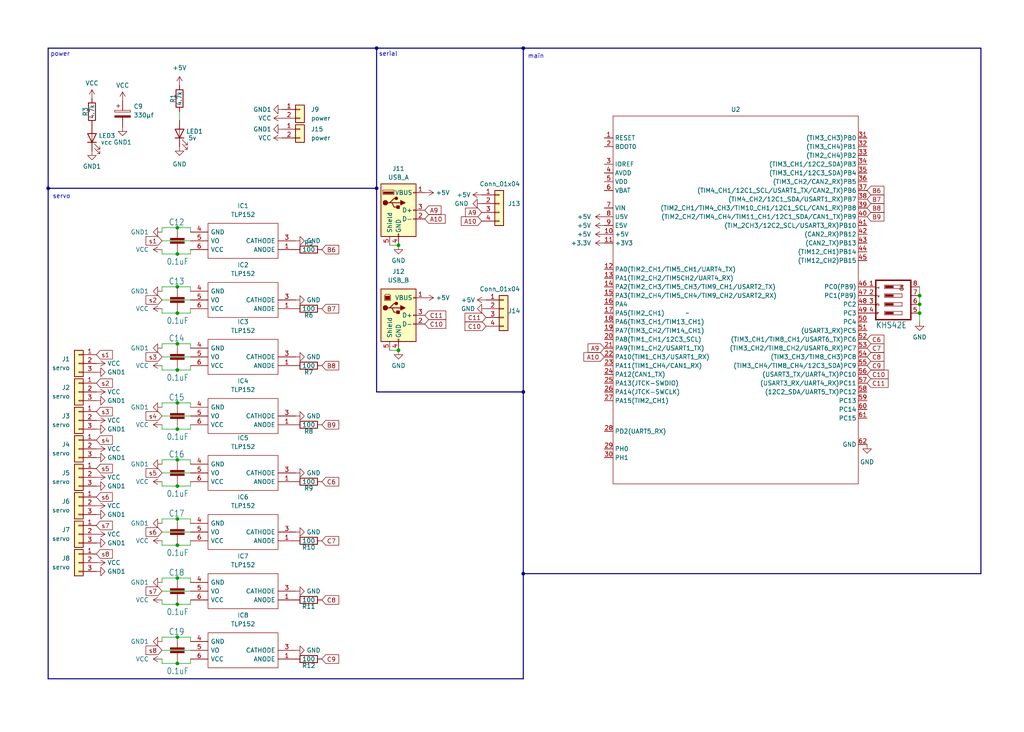
<source format=kicad_sch>
(kicad_sch (version 20230121) (generator eeschema)
  (paper "User" 297.002 212.319)
  (title_block (title "ALTAIR_SERVO_MODULE_V2") (date "2024-02-26") (rev "2.0.0") (company "-Altair-"))
  (lib_symbols
    (symbol "Connector:USB_A" (pin_names (offset 1.016))
      (property "Reference" "J" (at -5.08 11.43 0))
      (property "Value" "USB_A" (at -5.08 8.89 0))
      (symbol "USB_A_1_1"
        (pin power_in line (at 7.62 5.08 180) (length 2.54) (name "VBUS") (number "1"))
        (pin bidirectional line (at 7.62 -2.54 180) (length 2.54) (name "D-") (number "2"))
        (pin bidirectional line (at 7.62 0 180) (length 2.54) (name "D+") (number "3"))
        (pin power_in line (at 0 -10.16 90) (length 2.54) (name "GND") (number "4"))
        (pin passive line (at -2.54 -10.16 90) (length 2.54) (name "Shield") (number "5"))
      )
    )
    (symbol "Connector:USB_B" (pin_names (offset 1.016))
      (property "Reference" "J" (at -5.08 11.43 0))
      (property "Value" "USB_B" (at -5.08 8.89 0))
      (symbol "USB_B_1_1"
        (pin power_out line (at 7.62 5.08 180) (length 2.54) (name "VBUS") (number "1"))
        (pin bidirectional line (at 7.62 -2.54 180) (length 2.54) (name "D-") (number "2"))
        (pin bidirectional line (at 7.62 0 180) (length 2.54) (name "D+") (number "3"))
        (pin power_out line (at 0 -10.16 90) (length 2.54) (name "GND") (number "4"))
        (pin passive line (at -2.54 -10.16 90) (length 2.54) (name "Shield") (number "5"))
      )
    )
    (symbol "Connector_Generic:Conn_01x02" (pin_names (offset 1.016) hide)
      (property "Reference" "J" (at 0 2.54 0))
      (property "Value" "Conn_01x02" (at 0 -5.08 0))
      (symbol "Conn_01x02_1_1"
        (pin passive line (at -5.08 0 0) (length 3.81) (name "Pin_1") (number "1"))
        (pin passive line (at -5.08 -2.54 0) (length 3.81) (name "Pin_2") (number "2"))
      )
    )
    (symbol "Connector_Generic:Conn_01x03" (pin_names (offset 1.016) hide)
      (property "Reference" "J" (at 0 5.08 0))
      (property "Value" "Conn_01x03" (at 0 -5.08 0))
      (symbol "Conn_01x03_1_1"
        (pin passive line (at -5.08 2.54 0) (length 3.81) (name "Pin_1") (number "1"))
        (pin passive line (at -5.08 0 0) (length 3.81) (name "Pin_2") (number "2"))
        (pin passive line (at -5.08 -2.54 0) (length 3.81) (name "Pin_3") (number "3"))
      )
    )
    (symbol "Connector_Generic:Conn_01x04" (pin_names (offset 1.016) hide)
      (property "Reference" "J" (at 0 5.08 0))
      (property "Value" "Conn_01x04" (at 0 -7.62 0))
      (symbol "Conn_01x04_1_1"
        (pin passive line (at -5.08 2.54 0) (length 3.81) (name "Pin_1") (number "1"))
        (pin passive line (at -5.08 0 0) (length 3.81) (name "Pin_2") (number "2"))
        (pin passive line (at -5.08 -2.54 0) (length 3.81) (name "Pin_3") (number "3"))
        (pin passive line (at -5.08 -5.08 0) (length 3.81) (name "Pin_4") (number "4"))
      )
    )
    (symbol "Device:C_Polarized" (pin_numbers hide) (pin_names (offset 0.254))
      (property "Reference" "C" (at 0.635 2.54 0))
      (property "Value" "C_Polarized" (at 0.635 -2.54 0))
      (symbol "C_Polarized_1_1"
        (pin passive line (at 0 3.81 270) (length 2.794) (name "~") (number "1"))
        (pin passive line (at 0 -3.81 90) (length 2.794) (name "~") (number "2"))
      )
    )
    (symbol "Device:LED" (pin_numbers hide) (pin_names (offset 1.016) hide)
      (property "Reference" "D" (at 0 2.54 0))
      (property "Value" "LED" (at 0 -2.54 0))
      (symbol "LED_1_1"
        (pin passive line (at -3.81 0 0) (length 2.54) (name "K") (number "1"))
        (pin passive line (at 3.81 0 180) (length 2.54) (name "A") (number "2"))
      )
    )
    (symbol "Device:R" (pin_numbers hide) (pin_names (offset 0))
      (property "Reference" "R" (at 2.032 0 90))
      (property "Value" "R" (at 0 0 90))
      (symbol "R_1_1"
        (pin passive line (at 0 3.81 270) (length 1.27) (name "~") (number "1"))
        (pin passive line (at 0 -3.81 90) (length 1.27) (name "~") (number "2"))
      )
    )
    (symbol "SamacSys_Parts:TLP152" (pin_names (offset 0.762))
      (property "Reference" "IC" (at 26.67 7.62 0))
      (property "Value" "TLP152" (at 26.67 5.08 0))
      (symbol "TLP152_0_0"
        (pin passive line (at 0 0 0) (length 5.08) (name "ANODE") (number "1"))
        (pin passive line (at 0 -2.54 0) (length 5.08) (name "CATHODE") (number "3"))
        (pin passive line (at 30.48 -5.08 180) (length 5.08) (name "GND") (number "4"))
        (pin passive line (at 30.48 -2.54 180) (length 5.08) (name "VO") (number "5"))
        (pin passive line (at 30.48 0 180) (length 5.08) (name "VCC") (number "6"))
      )
    )
    (symbol "power:+3.3V" (power) (pin_names (offset 0))
      (property "Value" "+3.3V" (at 0 3.556 0))
      (symbol "+3.3V_1_1"
        (pin power_in line (at 0 0 90) (length 0) hide (name "+3.3V") (number "1"))
      )
    )
    (symbol "power:+5V" (power) (pin_names (offset 0))
      (property "Value" "+5V" (at 0 3.556 0))
      (symbol "+5V_1_1"
        (pin power_in line (at 0 0 90) (length 0) hide (name "+5V") (number "1"))
      )
    )
    (symbol "power:GND" (power) (pin_names (offset 0))
      (property "Value" "GND" (at 0 -3.81 0))
      (symbol "GND_1_1"
        (pin power_in line (at 0 0 270) (length 0) hide (name "GND") (number "1"))
      )
    )
    (symbol "power:GND1" (power) (pin_names (offset 0))
      (property "Value" "GND1" (at 0 -3.81 0))
      (symbol "GND1_1_1"
        (pin power_in line (at 0 0 270) (length 0) hide (name "GND1") (number "1"))
      )
    )
    (symbol "power:VCC" (power) (pin_names (offset 0))
      (property "Value" "VCC" (at 0 3.81 0))
      (symbol "VCC_1_1"
        (pin power_in line (at 0 0 90) (length 0) hide (name "VCC") (number "1"))
      )
    )
    (symbol "stm32F446RE-Nucleo:STM32F446RE-Nucleo"
      (property "Reference" "U" (at 0 0 0))
      (symbol "STM32F446RE-Nucleo_1_1"
        (pin input line (at -24.13 50.8 0) (length 2.54) (name "RESET") (number "1"))
        (pin power_out line (at -24.13 22.86 0) (length 2.54) (name "+5V") (number "10"))
        (pin power_out line (at -24.13 20.32 0) (length 2.54) (name "+3V3") (number "11"))
        (pin bidirectional line (at -24.13 12.7 0) (length 2.54) (name "PA0(TIM2_CH1/TIM5_CH1/UART4_TX)") (number "12"))
        (pin bidirectional line (at -24.13 10.16 0) (length 2.54) (name "PA1(TIM2_CH2/TIM5CH2/UART4_RX)") (number "13"))
        (pin bidirectional line (at -24.13 7.62 0) (length 2.54) (name "PA2(TIM2_CH3/TIM5_CH3/TIM9_CH1/USART2_TX)") (number "14"))
        (pin bidirectional line (at -24.13 5.08 0) (length 2.54) (name "PA3(TIM2_CH4/TIM5_CH4/TIM9_CH2/USART2_RX)") (number "15"))
        (pin bidirectional line (at -24.13 2.54 0) (length 2.54) (name "PA4") (number "16"))
        (pin bidirectional line (at -24.13 0 0) (length 2.54) (name "PA5(TIM2_CH1)") (number "17"))
        (pin bidirectional line (at -24.13 -2.54 0) (length 2.54) (name "PA6(TIM3_CH1/TIM13_CH1)") (number "18"))
        (pin bidirectional line (at -24.13 -5.08 0) (length 2.54) (name "PA7(TIM3_CH2/TIM14_CH1)") (number "19"))
        (pin input line (at -24.13 48.26 0) (length 2.54) (name "BOOT0") (number "2"))
        (pin bidirectional line (at -24.13 -7.62 0) (length 2.54) (name "PA8(TIM1_CH1/12C3_SCL)") (number "20"))
        (pin bidirectional line (at -24.13 -10.16 0) (length 2.54) (name "PA9(TIM1_CH2/USART1_TX)") (number "21"))
        (pin bidirectional line (at -24.13 -12.7 0) (length 2.54) (name "PA10(TIM1_CH3/USART1_RX)") (number "22"))
        (pin bidirectional line (at -24.13 -15.24 0) (length 2.54) (name "PA11(TIM1_CH4/CAN1_RX)") (number "23"))
        (pin bidirectional line (at -24.13 -17.78 0) (length 2.54) (name "PA12(CAN1_TX)") (number "24"))
        (pin bidirectional line (at -24.13 -20.32 0) (length 2.54) (name "PA13(JTCK-SWDIO)") (number "25"))
        (pin bidirectional line (at -24.13 -22.86 0) (length 2.54) (name "PA14(JTCK-SWCLK)") (number "26"))
        (pin bidirectional line (at -24.13 -25.4 0) (length 2.54) (name "PA15(TIM2_CH1)") (number "27"))
        (pin bidirectional line (at -24.13 -34.29 0) (length 2.54) (name "PD2(UART5_RX)") (number "28"))
        (pin bidirectional line (at -24.13 -39.37 0) (length 2.54) (name "PH0") (number "29"))
        (pin input line (at -24.13 43.18 0) (length 2.54) (name "IOREF") (number "3"))
        (pin bidirectional line (at -24.13 -41.91 0) (length 2.54) (name "PH1") (number "30"))
        (pin bidirectional line (at 52.07 50.8 180) (length 2.54) (name "(TIM3_CH3)PB0") (number "31"))
        (pin bidirectional line (at 52.07 48.26 180) (length 2.54) (name "(TIM3_CH4)PB1") (number "32"))
        (pin bidirectional line (at 52.07 45.72 180) (length 2.54) (name "(TIM2_CH4)PB2") (number "33"))
        (pin bidirectional line (at 52.07 43.18 180) (length 2.54) (name "(TIM3_CH1/12C2_SDA)PB3") (number "34"))
        (pin bidirectional line (at 52.07 40.64 180) (length 2.54) (name "(TIM3_CH1/12C3_SDA)PB4") (number "35"))
        (pin bidirectional line (at 52.07 38.1 180) (length 2.54) (name "(TIM3_CH2/CAN2_RX)PB5") (number "36"))
        (pin bidirectional line (at 52.07 35.56 180) (length 2.54) (name "(TIM4_CH1/12C1_SCL/USART1_TX/CAN2_TX)PB6") (number "37"))
        (pin bidirectional line (at 52.07 33.02 180) (length 2.54) (name "(TIM4_CH2/12C1_SDA/USART1_RX)PB7") (number "38"))
        (pin bidirectional line (at 52.07 30.48 180) (length 2.54) (name "(TIM2_CH1/TIM4_CH3/TIM10_CH1/12C1_SCL/CAN1_RX)PB8") (number "39"))
        (pin input line (at -24.13 40.64 0) (length 2.54) (name "AVDD") (number "4"))
        (pin bidirectional line (at 52.07 27.94 180) (length 2.54) (name "(TIM2_CH2/TIM4_CH4/TIM11_CH1/12C1_SDA/CAN1_TX)PB9") (number "40"))
        (pin bidirectional line (at 52.07 25.4 180) (length 2.54) (name "(TIM_2CH3/12C2_SCL/USART3_RX)PB10") (number "41"))
        (pin bidirectional line (at 52.07 22.86 180) (length 2.54) (name "(CAN2_RX)PB12") (number "42"))
        (pin bidirectional line (at 52.07 20.32 180) (length 2.54) (name "(CAN2_TX)PB13") (number "43"))
        (pin bidirectional line (at 52.07 17.78 180) (length 2.54) (name "(TIM12_CH1)PB14") (number "44"))
        (pin bidirectional line (at 52.07 15.24 180) (length 2.54) (name "(TIM12_CH2)PB15") (number "45"))
        (pin bidirectional line (at 52.07 7.62 180) (length 2.54) (name "PC0(PB9)") (number "46"))
        (pin bidirectional line (at 52.07 5.08 180) (length 2.54) (name "PC1(PB9)") (number "47"))
        (pin bidirectional line (at 52.07 2.54 180) (length 2.54) (name "PC2") (number "48"))
        (pin bidirectional line (at 52.07 0 180) (length 2.54) (name "PC3") (number "49"))
        (pin input line (at -24.13 38.1 0) (length 2.54) (name "VDD") (number "5"))
        (pin bidirectional line (at 52.07 -2.54 180) (length 2.54) (name "PC4") (number "50"))
        (pin bidirectional line (at 52.07 -5.08 180) (length 2.54) (name "(USART3_RX)PC5") (number "51"))
        (pin bidirectional line (at 52.07 -7.62 180) (length 2.54) (name "(TIM3_CH1/TIM8_CH1/USART6_TX)PC6") (number "52"))
        (pin bidirectional line (at 52.07 -10.16 180) (length 2.54) (name "(TIM3_CH2/TIM8_CH2/USART6_RX)PC7") (number "53"))
        (pin bidirectional line (at 52.07 -12.7 180) (length 2.54) (name "(TIM3_CH3/TIM8_CH3)PC8") (number "54"))
        (pin bidirectional line (at 52.07 -15.24 180) (length 2.54) (name "(TIM3_CH4/TIM8_CH4/12C3_SDA)PC9") (number "55"))
        (pin bidirectional line (at 52.07 -17.78 180) (length 2.54) (name "(USART3_TX/UART4_TX)PC10") (number "56"))
        (pin bidirectional line (at 52.07 -20.32 180) (length 2.54) (name "(USART3_RX/UART4_RX)PC11") (number "57"))
        (pin bidirectional line (at 52.07 -22.86 180) (length 2.54) (name "(12C2_SDA/UART5_TX)PC12") (number "58"))
        (pin bidirectional line (at 52.07 -25.4 180) (length 2.54) (name "PC13") (number "59"))
        (pin input line (at -24.13 35.56 0) (length 2.54) (name "VBAT") (number "6"))
        (pin bidirectional line (at 52.07 -27.94 180) (length 2.54) (name "PC14") (number "60"))
        (pin bidirectional line (at 52.07 -30.48 180) (length 2.54) (name "PC15") (number "61"))
        (pin power_out line (at 52.07 -38.1 180) (length 2.54) (name "GND") (number "62"))
        (pin power_in line (at -24.13 30.48 0) (length 2.54) (name "VIN") (number "7"))
        (pin input line (at -24.13 27.94 0) (length 2.54) (name "U5V") (number "8"))
        (pin input line (at -24.13 25.4 0) (length 2.54) (name "E5V") (number "9"))
      )
    )
    (symbol "ver1-eagle-import:C-EUC0603"
      (property "Reference" "C" (at 1.524 0.381 0))
      (symbol "C-EUC0603_1_0"
        (pin passive line (at 0 2.54 270) (length 2.54) (name "1") (number "1"))
        (pin passive line (at 0 -5.08 90) (length 2.54) (name "2") (number "2"))
      )
    )
    (symbol "ver1-eagle-import:KHS42E"
      (symbol "KHS42E_1_0"
        (text "1" (at -2.794 -4.064 0) (effects (font (size 0.9906 0.842) (thickness 0.1684) bold) (justify left bottom)))
        (text "2" (at -0.381 -4.064 0) (effects (font (size 0.9906 0.842) (thickness 0.1684) bold) (justify left bottom)))
        (text "3" (at 2.159 -4.064 0) (effects (font (size 0.9906 0.842) (thickness 0.1684) bold) (justify left bottom)))
        (text "4" (at 4.572 -4.064 0) (effects (font (size 0.9906 0.842) (thickness 0.1684) bold) (justify left bottom)))
        (text "ON" (at -3.302 3.048 0) (effects (font (size 0.9906 0.842) (thickness 0.1684) bold) (justify left bottom)))
        (pin passive line (at -2.54 -7.62 90) (length 2.54) (name "1") (number "1"))
        (pin passive line (at 0 -7.62 90) (length 2.54) (name "2") (number "2"))
        (pin passive line (at 2.54 -7.62 90) (length 2.54) (name "3") (number "3"))
        (pin passive line (at 5.08 -7.62 90) (length 2.54) (name "4") (number "4"))
        (pin passive line (at 5.08 7.62 270) (length 2.54) (name "5") (number "5"))
        (pin passive line (at 2.54 7.62 270) (length 2.54) (name "6") (number "6"))
        (pin passive line (at 0 7.62 270) (length 2.54) (name "7") (number "7"))
        (pin passive line (at -2.54 7.62 270) (length 2.54) (name "8") (number "8"))
      )
    )
  )
  (junction (at 109.22 13.97))
  (junction (at 51.435 83.185))
  (junction (at 51.435 140.97))
  (junction (at 266.7 88.265))
  (junction (at 151.765 13.97))
  (junction (at 151.765 166.37))
  (junction (at 51.435 90.805))
  (junction (at 51.435 192.405))
  (junction (at 115.57 71.12))
  (junction (at 51.435 107.315))
  (junction (at 51.435 124.46))
  (junction (at 51.435 150.495))
  (junction (at 13.97 54.61))
  (junction (at 51.435 66.04))
  (junction (at 51.435 99.695))
  (junction (at 51.435 116.84))
  (junction (at 51.435 73.66))
  (junction (at 266.7 85.725))
  (junction (at 51.435 184.785))
  (junction (at 266.7 90.805))
  (junction (at 151.765 113.665))
  (junction (at 51.435 158.115))
  (junction (at 51.435 175.26))
  (junction (at 51.435 133.35))
  (junction (at 109.22 54.61))
  (junction (at 51.435 167.64))
  (junction (at 115.57 101.6))
  (wire (pts (xy 113.03 71.12) (xy 115.57 71.12)))
  (wire (pts (xy 46.99 116.84) (xy 46.99 118.11)))
  (wire (pts (xy 46.99 106.045) (xy 46.99 107.315)))
  (wire (pts (xy 55.245 150.495) (xy 55.245 151.765)))
  (wire (pts (xy 55.245 158.115) (xy 55.245 156.845)))
  (bus (pts (xy 284.48 166.37) (xy 151.765 166.37)))
  (wire (pts (xy 51.435 150.495) (xy 55.245 150.495)))
  (wire (pts (xy 55.245 133.35) (xy 55.245 134.62)))
  (wire (pts (xy 46.99 89.535) (xy 46.99 90.805)))
  (wire (pts (xy 51.435 192.405) (xy 55.245 192.405)))
  (wire (pts (xy 55.245 175.26) (xy 55.245 173.99)))
  (wire (pts (xy 46.99 73.66) (xy 51.435 73.66)))
  (wire (pts (xy 46.99 167.64) (xy 46.99 168.91)))
  (wire (pts (xy 46.99 123.19) (xy 46.99 124.46)))
  (wire (pts (xy 46.99 72.39) (xy 46.99 73.66)))
  (wire (pts (xy 46.99 107.315) (xy 51.435 107.315)))
  (bus (pts (xy 13.97 13.97) (xy 109.22 13.97)))
  (bus (pts (xy 151.765 113.665) (xy 151.765 166.37)))
  (wire (pts (xy 46.99 90.805) (xy 51.435 90.805)))
  (wire (pts (xy 51.435 158.115) (xy 55.245 158.115)))
  (wire (pts (xy 51.435 99.695) (xy 46.99 99.695)))
  (wire (pts (xy 51.435 167.64) (xy 55.245 167.64)))
  (wire (pts (xy 266.7 85.725) (xy 266.7 88.265)) (stroke (width 0.1524)))
  (wire (pts (xy 46.99 103.505) (xy 55.245 103.505)))
  (wire (pts (xy 52.07 32.385) (xy 52.07 34.925)) (stroke (width 0.1524)))
  (wire (pts (xy 55.245 73.66) (xy 55.245 72.39)))
  (bus (pts (xy 13.97 13.97) (xy 13.97 54.61)))
  (bus (pts (xy 13.97 54.61) (xy 13.97 196.85)))
  (wire (pts (xy 51.435 150.495) (xy 46.99 150.495)))
  (wire (pts (xy 55.245 124.46) (xy 55.245 123.19)))
  (wire (pts (xy 46.99 175.26) (xy 51.435 175.26)))
  (wire (pts (xy 46.99 124.46) (xy 51.435 124.46)))
  (bus (pts (xy 109.22 54.61) (xy 109.22 13.97)))
  (bus (pts (xy 151.765 13.97) (xy 151.765 113.665)))
  (wire (pts (xy 51.435 66.04) (xy 55.245 66.04)))
  (wire (pts (xy 51.435 73.66) (xy 55.245 73.66)))
  (wire (pts (xy 46.99 192.405) (xy 51.435 192.405)))
  (wire (pts (xy 46.99 66.04) (xy 46.99 67.31)))
  (wire (pts (xy 46.99 139.7) (xy 46.99 140.97)))
  (bus (pts (xy 109.22 13.97) (xy 151.765 13.97)))
  (wire (pts (xy 51.435 116.84) (xy 55.245 116.84)))
  (wire (pts (xy 51.435 83.185) (xy 46.99 83.185)))
  (wire (pts (xy 51.435 124.46) (xy 55.245 124.46)))
  (bus (pts (xy 13.97 196.85) (xy 151.765 196.85)))
  (wire (pts (xy 46.99 137.16) (xy 55.245 137.16)))
  (bus (pts (xy 13.97 54.61) (xy 109.22 54.61)))
  (wire (pts (xy 266.7 88.265) (xy 266.7 90.805)) (stroke (width 0.1524)))
  (wire (pts (xy 55.245 66.04) (xy 55.245 67.31)))
  (wire (pts (xy 46.99 188.595) (xy 55.245 188.595)))
  (wire (pts (xy 51.435 133.35) (xy 55.245 133.35)))
  (bus (pts (xy 151.765 13.97) (xy 284.48 13.97)))
  (bus (pts (xy 151.765 196.85) (xy 151.765 166.37)))
  (wire (pts (xy 46.99 99.695) (xy 46.99 100.965)))
  (wire (pts (xy 55.245 140.97) (xy 55.245 139.7)))
  (wire (pts (xy 51.435 175.26) (xy 55.245 175.26)))
  (wire (pts (xy 51.435 116.84) (xy 46.99 116.84)))
  (wire (pts (xy 46.99 154.305) (xy 55.245 154.305)))
  (wire (pts (xy 46.99 86.995) (xy 55.245 86.995)))
  (wire (pts (xy 46.99 120.65) (xy 55.245 120.65)))
  (wire (pts (xy 113.03 101.6) (xy 115.57 101.6)))
  (wire (pts (xy 51.435 184.785) (xy 55.245 184.785)))
  (wire (pts (xy 51.435 66.04) (xy 46.99 66.04)))
  (bus (pts (xy 109.22 54.61) (xy 109.22 113.665)))
  (bus (pts (xy 109.22 113.665) (xy 151.765 113.665)))
  (wire (pts (xy 46.99 83.185) (xy 46.99 84.455)))
  (wire (pts (xy 51.435 184.785) (xy 46.99 184.785)))
  (wire (pts (xy 46.99 173.99) (xy 46.99 175.26)))
  (wire (pts (xy 46.99 69.85) (xy 55.245 69.85)))
  (wire (pts (xy 55.245 192.405) (xy 55.245 191.135)))
  (wire (pts (xy 46.99 191.135) (xy 46.99 192.405)))
  (wire (pts (xy 55.245 107.315) (xy 55.245 106.045)))
  (wire (pts (xy 55.245 90.805) (xy 55.245 89.535)))
  (wire (pts (xy 51.435 140.97) (xy 55.245 140.97)))
  (wire (pts (xy 51.435 167.64) (xy 46.99 167.64)))
  (wire (pts (xy 55.245 83.185) (xy 55.245 84.455)))
  (wire (pts (xy 46.99 156.845) (xy 46.99 158.115)))
  (wire (pts (xy 266.7 90.805) (xy 266.7 93.345)) (stroke (width 0.1524)))
  (wire (pts (xy 55.245 116.84) (xy 55.245 118.11)))
  (wire (pts (xy 46.99 184.785) (xy 46.99 186.055)))
  (bus (pts (xy 284.48 13.97) (xy 284.48 166.37)))
  (wire (pts (xy 51.435 107.315) (xy 55.245 107.315)))
  (wire (pts (xy 55.245 184.785) (xy 55.245 186.055)))
  (wire (pts (xy 51.435 133.35) (xy 46.99 133.35)))
  (wire (pts (xy 46.99 171.45) (xy 55.245 171.45)))
  (wire (pts (xy 46.99 158.115) (xy 51.435 158.115)))
  (wire (pts (xy 51.435 99.695) (xy 55.245 99.695)))
  (wire (pts (xy 51.435 90.805) (xy 55.245 90.805)))
  (wire (pts (xy 46.99 133.35) (xy 46.99 134.62)))
  (wire (pts (xy 51.435 83.185) (xy 55.245 83.185)))
  (wire (pts (xy 266.7 83.185) (xy 266.7 85.725)) (stroke (width 0.1524)))
  (wire (pts (xy 46.99 140.97) (xy 51.435 140.97)))
  (wire (pts (xy 55.245 167.64) (xy 55.245 168.91)))
  (wire (pts (xy 55.245 99.695) (xy 55.245 100.965)))
  (wire (pts (xy 46.99 150.495) (xy 46.99 151.765)))
  (text "serial" (at 109.855 16.51 0) (effects (font (size 1.27 1.27)) (justify left bottom)))
  (text "main\n" (at 153.035 17.145 0) (effects (font (size 1.27 1.27)) (justify left bottom)))
  (text "power\n" (at 14.605 16.51 0) (effects (font (size 1.27 1.27)) (justify left bottom)))
  (text "servo" (at 15.24 57.785 0) (effects (font (size 1.27 1.27)) (justify left bottom)))
  (global_label "C7" (shape input) (at 251.46 100.965 0) (property "Intersheetrefs" "${INTERSHEET_REFS}" (effects hide)))
  (global_label "s4" (shape input) (at 46.99 120.65 180) (property "Intersheetrefs" "${INTERSHEET_REFS}" (effects hide)))
  (global_label "s1" (shape input) (at 46.99 69.85 180) (property "Intersheetrefs" "${INTERSHEET_REFS}" (effects hide)))
  (global_label "C8" (shape input) (at 251.46 103.505 0) (property "Intersheetrefs" "${INTERSHEET_REFS}" (effects hide)))
  (global_label "C11" (shape input) (at 251.46 111.125 0) (property "Intersheetrefs" "${INTERSHEET_REFS}" (effects hide)))
  (global_label "C9" (shape input) (at 93.345 191.135 0) (property "Intersheetrefs" "${INTERSHEET_REFS}" (effects hide)))
  (global_label "B8" (shape input) (at 251.46 60.325 0) (property "Intersheetrefs" "${INTERSHEET_REFS}" (effects hide)))
  (global_label "C11" (shape input) (at 140.97 92.075 180) (property "Intersheetrefs" "${INTERSHEET_REFS}" (effects hide)))
  (global_label "s4" (shape input) (at 27.94 127.635 0) (property "Intersheetrefs" "${INTERSHEET_REFS}" (effects hide)))
  (global_label "C11" (shape input) (at 123.19 91.44 0) (property "Intersheetrefs" "${INTERSHEET_REFS}" (effects hide)))
  (global_label "B6" (shape input) (at 93.345 72.39 0) (property "Intersheetrefs" "${INTERSHEET_REFS}" (effects hide)))
  (global_label "s1" (shape input) (at 27.94 102.87 0) (property "Intersheetrefs" "${INTERSHEET_REFS}" (effects hide)))
  (global_label "s8" (shape input) (at 27.94 160.655 0) (property "Intersheetrefs" "${INTERSHEET_REFS}" (effects hide)))
  (global_label "A9" (shape input) (at 139.7 61.595 180) (property "Intersheetrefs" "${INTERSHEET_REFS}" (effects hide)))
  (global_label "s2" (shape input) (at 46.99 86.995 180) (property "Intersheetrefs" "${INTERSHEET_REFS}" (effects hide)))
  (global_label "s6" (shape input) (at 27.94 144.145 0) (property "Intersheetrefs" "${INTERSHEET_REFS}" (effects hide)))
  (global_label "A9" (shape input) (at 175.26 100.965 180) (property "Intersheetrefs" "${INTERSHEET_REFS}" (effects hide)))
  (global_label "B9" (shape input) (at 251.46 62.865 0) (property "Intersheetrefs" "${INTERSHEET_REFS}" (effects hide)))
  (global_label "s3" (shape input) (at 27.94 119.38 0) (property "Intersheetrefs" "${INTERSHEET_REFS}" (effects hide)))
  (global_label "C10" (shape input) (at 251.46 108.585 0) (property "Intersheetrefs" "${INTERSHEET_REFS}" (effects hide)))
  (global_label "C9" (shape input) (at 251.46 106.045 0) (property "Intersheetrefs" "${INTERSHEET_REFS}" (effects hide)))
  (global_label "A10" (shape input) (at 139.7 64.135 180) (property "Intersheetrefs" "${INTERSHEET_REFS}" (effects hide)))
  (global_label "C6" (shape input) (at 93.345 139.7 0) (property "Intersheetrefs" "${INTERSHEET_REFS}" (effects hide)))
  (global_label "A9" (shape input) (at 123.19 60.96 0) (property "Intersheetrefs" "${INTERSHEET_REFS}" (effects hide)))
  (global_label "B7" (shape input) (at 93.345 89.535 0) (property "Intersheetrefs" "${INTERSHEET_REFS}" (effects hide)))
  (global_label "B6" (shape input) (at 251.46 55.245 0) (property "Intersheetrefs" "${INTERSHEET_REFS}" (effects hide)))
  (global_label "s6" (shape input) (at 46.99 154.305 180) (property "Intersheetrefs" "${INTERSHEET_REFS}" (effects hide)))
  (global_label "C10" (shape input) (at 123.19 93.98 0) (property "Intersheetrefs" "${INTERSHEET_REFS}" (effects hide)))
  (global_label "B9" (shape input) (at 93.345 123.19 0) (property "Intersheetrefs" "${INTERSHEET_REFS}" (effects hide)))
  (global_label "s7" (shape input) (at 27.94 152.4 0) (property "Intersheetrefs" "${INTERSHEET_REFS}" (effects hide)))
  (global_label "s7" (shape input) (at 46.99 171.45 180) (property "Intersheetrefs" "${INTERSHEET_REFS}" (effects hide)))
  (global_label "C10" (shape input) (at 140.97 94.615 180) (property "Intersheetrefs" "${INTERSHEET_REFS}" (effects hide)))
  (global_label "C8" (shape input) (at 93.345 173.99 0) (property "Intersheetrefs" "${INTERSHEET_REFS}" (effects hide)))
  (global_label "A10" (shape input) (at 123.19 63.5 0) (property "Intersheetrefs" "${INTERSHEET_REFS}" (effects hide)))
  (global_label "C7" (shape input) (at 93.345 156.845 0) (property "Intersheetrefs" "${INTERSHEET_REFS}" (effects hide)))
  (global_label "B8" (shape input) (at 93.345 106.045 0) (property "Intersheetrefs" "${INTERSHEET_REFS}" (effects hide)))
  (global_label "B7" (shape input) (at 251.46 57.785 0) (property "Intersheetrefs" "${INTERSHEET_REFS}" (effects hide)))
  (global_label "s5" (shape input) (at 27.94 135.89 0) (property "Intersheetrefs" "${INTERSHEET_REFS}" (effects hide)))
  (global_label "C6" (shape input) (at 251.46 98.425 0) (property "Intersheetrefs" "${INTERSHEET_REFS}" (effects hide)))
  (global_label "s2" (shape input) (at 27.94 111.125 0) (property "Intersheetrefs" "${INTERSHEET_REFS}" (effects hide)))
  (global_label "s5" (shape input) (at 46.99 137.16 180) (property "Intersheetrefs" "${INTERSHEET_REFS}" (effects hide)))
  (global_label "A10" (shape input) (at 175.26 103.505 180) (property "Intersheetrefs" "${INTERSHEET_REFS}" (effects hide)))
  (global_label "s8" (shape input) (at 46.99 188.595 180) (property "Intersheetrefs" "${INTERSHEET_REFS}" (effects hide)))
  (global_label "s3" (shape input) (at 46.99 103.505 180) (property "Intersheetrefs" "${INTERSHEET_REFS}" (effects hide)))
  (symbol (lib_id "power:VCC") (at 27.94 163.195 270) (unit 1)
    (property "Reference" "#PWR039" (effects hide))
    (property "Value" "VCC" (at 31.115 163.195 90) (effects (justify left)))
  )
  (symbol (lib_id "ver1-eagle-import:C-EUC0603") (at 51.435 102.235 0) (unit 1)
    (property "Reference" "C14" (at 48.895 99.06 0) (effects (font (size 1.778 1.5113)) (justify left bottom)))
    (property "Value" "0.1uF" (at 48.26 110.49 0) (effects (font (size 1.778 1.5113)) (justify left bottom)))
    (property "Footprint" "Capacitor_SMD:C_0603_1608Metric" (effects hide))
  )
  (symbol (lib_id "power:VCC") (at 46.99 191.135 90) (unit 1)
    (property "Reference" "#PWR068" (effects hide))
    (property "Value" "VCC" (at 43.18 191.135 90) (effects (justify left)))
  )
  (symbol (lib_id "power:GND1") (at 46.99 151.765 270) (unit 1)
    (property "Reference" "#PWR061" (effects hide))
    (property "Value" "GND1" (at 43.18 151.765 90) (effects (justify right)))
  )
  (symbol (lib_id "power:GND1") (at 27.94 107.95 90) (unit 1)
    (property "Reference" "#PWR049" (effects hide))
    (property "Value" "GND1" (at 31.115 107.95 90) (effects (justify right)))
  )
  (symbol (lib_id "power:+5V") (at 175.26 62.865 90) (unit 1)
    (property "Reference" "#PWR03" (effects hide))
    (property "Value" "+5V" (at 171.45 62.865 90) (effects (justify left)))
  )
  (symbol (lib_id "SamacSys_Parts:TLP152") (at 85.725 89.535 180) (unit 1)
    (property "Reference" "IC2" (at 70.485 76.835 0))
    (property "Value" "TLP152" (at 70.485 79.375 0))
    (property "Footprint" "SamacSys_Parts:11-4L1S_5-PIN-SOIC_" (effects hide))
    (property "Datasheet" "https://toshiba.semicon-storage.com/info/docget.jsp?did=13615&prodName=TLP152" (effects hide))
    (property "Description" "Toshiba TLP152 DC Input IC Output Optocoupler, Surface Mount, 5-Pin SOIC" (effects hide))
    (property "Manufacturer_Name" "Toshiba" (effects hide))
    (property "Manufacturer_Part_Number" "TLP152" (effects hide))
    (property "Mouser Part Number" "N/A" (effects hide))
    (property "Mouser Price/Stock" "https://www.mouser.co.uk/ProductDetail/Toshiba/TLP152?qs=By6Nw2ByBD2GUhMLt%252Br11A%3D%3D" (effects hide))
  )
  (symbol (lib_id "SamacSys_Parts:TLP152") (at 85.725 106.045 180) (unit 1)
    (property "Reference" "IC3" (at 70.485 93.345 0))
    (property "Value" "TLP152" (at 70.485 95.885 0))
    (property "Footprint" "SamacSys_Parts:11-4L1S_5-PIN-SOIC_" (effects hide))
    (property "Datasheet" "https://toshiba.semicon-storage.com/info/docget.jsp?did=13615&prodName=TLP152" (effects hide))
    (property "Description" "Toshiba TLP152 DC Input IC Output Optocoupler, Surface Mount, 5-Pin SOIC" (effects hide))
    (property "Manufacturer_Name" "Toshiba" (effects hide))
    (property "Manufacturer_Part_Number" "TLP152" (effects hide))
    (property "Mouser Part Number" "N/A" (effects hide))
    (property "Mouser Price/Stock" "https://www.mouser.co.uk/ProductDetail/Toshiba/TLP152?qs=By6Nw2ByBD2GUhMLt%252Br11A%3D%3D" (effects hide))
  )
  (symbol (lib_id "power:GND") (at 85.725 120.65 90) (mirror x) (unit 1)
    (property "Reference" "#PWR058" (effects hide))
    (property "Value" "GND" (at 88.9 120.65 90) (effects (justify right)))
  )
  (symbol (lib_id "power:GND") (at 139.7 59.055 270) (unit 1)
    (property "Reference" "#PWR025" (effects hide))
    (property "Value" "GND" (at 135.89 59.055 90) (effects (justify right)))
  )
  (symbol (lib_id "power:GND1") (at 46.99 168.91 270) (unit 1)
    (property "Reference" "#PWR065" (effects hide))
    (property "Value" "GND1" (at 43.18 168.91 90) (effects (justify right)))
  )
  (symbol (lib_id "Connector_Generic:Conn_01x03") (at 22.86 105.41 0) (mirror y) (unit 1)
    (property "Reference" "J1" (at 20.32 104.14 0) (effects (justify left)))
    (property "Value" "servo" (at 20.32 106.68 0) (effects (justify left)))
    (property "Footprint" "Connector_JST:JST_XA_S03B-XASK-1_1x03_P2.50mm_Horizontal" (effects hide))
  )
  (symbol (lib_id "power:VCC") (at 46.99 156.845 90) (unit 1)
    (property "Reference" "#PWR062" (effects hide))
    (property "Value" "VCC" (at 43.18 156.845 90) (effects (justify left)))
  )
  (symbol (lib_id "power:VCC") (at 81.915 40.005 90) (unit 1)
    (property "Reference" "#PWR076" (effects hide))
    (property "Value" "VCC" (at 78.74 40.005 90) (effects (justify left)))
  )
  (symbol (lib_id "power:GND") (at 115.57 101.6 0) (unit 1)
    (property "Reference" "#PWR075" (effects hide))
    (property "Value" "GND" (at 115.57 106.045 0))
  )
  (symbol (lib_id "Device:LED") (at 26.67 40.005 90) (unit 1)
    (property "Reference" "LED3" (at 28.575 39.37 90) (effects (justify right)))
    (property "Value" "vcc" (at 29.21 41.275 90) (effects (justify right)))
    (property "Footprint" "LED_SMD:LED_0603_1608Metric" (effects hide))
  )
  (symbol (lib_id "Connector_Generic:Conn_01x03") (at 22.86 154.94 0) (mirror y) (unit 1)
    (property "Reference" "J7" (at 20.32 153.67 0) (effects (justify left)))
    (property "Value" "servo" (at 20.32 156.21 0) (effects (justify left)))
    (property "Footprint" "Connector_JST:JST_XA_S03B-XASK-1_1x03_P2.50mm_Horizontal" (effects hide))
  )
  (symbol (lib_id "power:GND1") (at 26.67 43.815 0) (unit 1)
    (property "Reference" "#PWR028" (effects hide))
    (property "Value" "GND1" (at 26.67 48.26 0))
  )
  (symbol (lib_id "power:+5V") (at 52.07 24.765 0) (unit 1)
    (property "Reference" "#PWR027" (effects hide))
    (property "Value" "+5V" (at 52.07 19.685 0))
  )
  (symbol (lib_id "power:GND1") (at 27.94 165.735 90) (unit 1)
    (property "Reference" "#PWR045" (effects hide))
    (property "Value" "GND1" (at 31.115 165.735 90) (effects (justify right)))
  )
  (symbol (lib_id "SamacSys_Parts:TLP152") (at 85.725 123.19 180) (unit 1)
    (property "Reference" "IC4" (at 70.485 110.49 0))
    (property "Value" "TLP152" (at 70.485 113.03 0))
    (property "Footprint" "SamacSys_Parts:11-4L1S_5-PIN-SOIC_" (effects hide))
    (property "Datasheet" "https://toshiba.semicon-storage.com/info/docget.jsp?did=13615&prodName=TLP152" (effects hide))
    (property "Description" "Toshiba TLP152 DC Input IC Output Optocoupler, Surface Mount, 5-Pin SOIC" (effects hide))
    (property "Manufacturer_Name" "Toshiba" (effects hide))
    (property "Manufacturer_Part_Number" "TLP152" (effects hide))
    (property "Mouser Part Number" "N/A" (effects hide))
    (property "Mouser Price/Stock" "https://www.mouser.co.uk/ProductDetail/Toshiba/TLP152?qs=By6Nw2ByBD2GUhMLt%252Br11A%3D%3D" (effects hide))
  )
  (symbol (lib_id "Connector_Generic:Conn_01x02") (at 86.995 37.465 0) (unit 1)
    (property "Reference" "J15" (at 90.17 37.465 0) (effects (justify left)))
    (property "Value" "power" (at 90.17 40.005 0) (effects (justify left)))
    (property "Footprint" "Connector_AMASS:AMASS_XT60PW-M_1x02_P7.20mm_Horizontal" (effects hide))
  )
  (symbol (lib_id "power:GND1") (at 46.99 134.62 270) (unit 1)
    (property "Reference" "#PWR059" (effects hide))
    (property "Value" "GND1" (at 43.18 134.62 90) (effects (justify right)))
  )
  (symbol (lib_id "power:GND1") (at 46.99 100.965 270) (unit 1)
    (property "Reference" "#PWR053" (effects hide))
    (property "Value" "GND1" (at 43.18 100.965 90) (effects (justify right)))
  )
  (symbol (lib_id "Device:R") (at 89.535 191.135 90) (mirror x) (unit 1)
    (property "Reference" "R12" (at 89.535 193.04 90))
    (property "Value" "100" (at 89.535 191.135 90))
    (property "Footprint" "Resistor_SMD:R_0603_1608Metric" (effects hide))
  )
  (symbol (lib_id "power:GND") (at 85.725 154.305 90) (mirror x) (unit 1)
    (property "Reference" "#PWR064" (effects hide))
    (property "Value" "GND" (at 88.9 154.305 90) (effects (justify right)))
  )
  (symbol (lib_id "SamacSys_Parts:TLP152") (at 85.725 173.99 180) (unit 1)
    (property "Reference" "IC7" (at 70.485 161.29 0))
    (property "Value" "TLP152" (at 70.485 163.83 0))
    (property "Footprint" "SamacSys_Parts:11-4L1S_5-PIN-SOIC_" (effects hide))
    (property "Datasheet" "https://toshiba.semicon-storage.com/info/docget.jsp?did=13615&prodName=TLP152" (effects hide))
    (property "Description" "Toshiba TLP152 DC Input IC Output Optocoupler, Surface Mount, 5-Pin SOIC" (effects hide))
    (property "Manufacturer_Name" "Toshiba" (effects hide))
    (property "Manufacturer_Part_Number" "TLP152" (effects hide))
    (property "Mouser Part Number" "N/A" (effects hide))
    (property "Mouser Price/Stock" "https://www.mouser.co.uk/ProductDetail/Toshiba/TLP152?qs=By6Nw2ByBD2GUhMLt%252Br11A%3D%3D" (effects hide))
  )
  (symbol (lib_id "power:GND1") (at 46.99 118.11 270) (unit 1)
    (property "Reference" "#PWR055" (effects hide))
    (property "Value" "GND1" (at 43.18 118.11 90) (effects (justify right)))
  )
  (symbol (lib_id "power:GND") (at 85.725 171.45 90) (mirror x) (unit 1)
    (property "Reference" "#PWR069" (effects hide))
    (property "Value" "GND" (at 88.9 171.45 90) (effects (justify right)))
  )
  (symbol (lib_id "ver1-eagle-import:C-EUC0603") (at 51.435 170.18 0) (unit 1)
    (property "Reference" "C18" (at 48.895 167.005 0) (effects (font (size 1.778 1.5113)) (justify left bottom)))
    (property "Value" "0.1uF" (at 48.26 178.435 0) (effects (font (size 1.778 1.5113)) (justify left bottom)))
    (property "Footprint" "Capacitor_SMD:C_0603_1608Metric" (effects hide))
  )
  (symbol (lib_id "power:GND1") (at 46.99 186.055 270) (unit 1)
    (property "Reference" "#PWR067" (effects hide))
    (property "Value" "GND1" (at 43.18 186.055 90) (effects (justify right)))
  )
  (symbol (lib_id "power:VCC") (at 27.94 146.685 270) (unit 1)
    (property "Reference" "#PWR037" (effects hide))
    (property "Value" "VCC" (at 31.115 146.685 90) (effects (justify left)))
  )
  (symbol (lib_id "power:GND") (at 85.725 103.505 90) (mirror x) (unit 1)
    (property "Reference" "#PWR057" (effects hide))
    (property "Value" "GND" (at 88.9 103.505 90) (effects (justify right)))
  )
  (symbol (lib_id "Device:R") (at 89.535 106.045 90) (mirror x) (unit 1)
    (property "Reference" "R7" (at 89.535 107.95 90))
    (property "Value" "100" (at 89.535 106.045 90))
    (property "Footprint" "Resistor_SMD:R_0603_1608Metric" (effects hide))
  )
  (symbol (lib_id "power:VCC") (at 27.94 130.175 270) (unit 1)
    (property "Reference" "#PWR035" (effects hide))
    (property "Value" "VCC" (at 31.115 130.175 90) (effects (justify left)))
  )
  (symbol (lib_id "power:GND") (at 266.7 93.345 0) (mirror y) (unit 1)
    (property "Reference" "#PWR012" (effects hide))
    (property "Value" "GND" (at 266.7 97.79 0))
  )
  (symbol (lib_id "power:+5V") (at 140.97 86.995 90) (mirror x) (unit 1)
    (property "Reference" "#PWR030" (effects hide))
    (property "Value" "+5V" (at 137.795 86.995 90) (effects (justify left)))
  )
  (symbol (lib_id "power:GND1") (at 27.94 116.205 90) (unit 1)
    (property "Reference" "#PWR040" (effects hide))
    (property "Value" "GND1" (at 31.115 116.205 90) (effects (justify right)))
  )
  (symbol (lib_id "ver1-eagle-import:C-EUC0603") (at 51.435 135.89 0) (unit 1)
    (property "Reference" "C16" (at 48.895 132.715 0) (effects (font (size 1.778 1.5113)) (justify left bottom)))
    (property "Value" "0.1uF" (at 48.26 144.145 0) (effects (font (size 1.778 1.5113)) (justify left bottom)))
    (property "Footprint" "Capacitor_SMD:C_0603_1608Metric" (effects hide))
  )
  (symbol (lib_id "ver1-eagle-import:KHS42E") (at 259.08 85.725 270) (unit 1)
    (property "Reference" "S2" (effects hide))
    (property "Value" "KHS42E" (at 254 95.25 90) (effects (font (size 1.778 1.5113)) (justify left bottom)))
    (property "Footprint" "SamacSys_Parts:SOIC127P600X175-8N" (effects hide))
  )
  (symbol (lib_id "Connector_Generic:Conn_01x03") (at 22.86 163.195 0) (mirror y) (unit 1)
    (property "Reference" "J8" (at 20.32 161.925 0) (effects (justify left)))
    (property "Value" "servo" (at 20.32 164.465 0) (effects (justify left)))
    (property "Footprint" "Connector_JST:JST_XA_S03B-XASK-1_1x03_P2.50mm_Horizontal" (effects hide))
  )
  (symbol (lib_id "power:VCC") (at 46.99 72.39 90) (unit 1)
    (property "Reference" "#PWR052" (effects hide))
    (property "Value" "VCC" (at 43.18 72.39 90) (effects (justify left)))
  )
  (symbol (lib_id "power:+5V") (at 123.19 55.88 270) (unit 1)
    (property "Reference" "#PWR072" (effects hide))
    (property "Value" "+5V" (at 126.365 55.88 90) (effects (justify left)))
  )
  (symbol (lib_id "Device:R") (at 26.67 32.385 180) (unit 1)
    (property "Reference" "R3" (at 24.765 32.385 90))
    (property "Value" "4.7k" (at 26.67 32.385 90))
    (property "Footprint" "Resistor_SMD:R_0603_1608Metric" (effects hide))
  )
  (symbol (lib_id "power:GND") (at 115.57 71.12 0) (unit 1)
    (property "Reference" "#PWR074" (effects hide))
    (property "Value" "GND" (at 115.57 75.565 0))
  )
  (symbol (lib_id "Device:LED") (at 52.07 38.735 90) (unit 1)
    (property "Reference" "LED1" (at 53.975 38.1 90) (effects (justify right)))
    (property "Value" "5v" (at 54.61 40.005 90) (effects (justify right)))
    (property "Footprint" "LED_SMD:LED_0603_1608Metric" (effects hide))
  )
  (symbol (lib_id "power:GND") (at 85.725 137.16 90) (mirror x) (unit 1)
    (property "Reference" "#PWR063" (effects hide))
    (property "Value" "GND" (at 88.9 137.16 90) (effects (justify right)))
  )
  (symbol (lib_id "power:VCC") (at 46.99 123.19 90) (unit 1)
    (property "Reference" "#PWR056" (effects hide))
    (property "Value" "VCC" (at 43.18 123.19 90) (effects (justify left)))
  )
  (symbol (lib_id "power:VCC") (at 35.56 29.21 0) (unit 1)
    (property "Reference" "#PWR021" (effects hide))
    (property "Value" "VCC" (at 35.56 24.765 0))
  )
  (symbol (lib_id "power:+3.3V") (at 175.26 70.485 90) (unit 1)
    (property "Reference" "#PWR06" (effects hide))
    (property "Value" "+3.3V" (at 171.45 70.485 90) (effects (justify left)))
  )
  (symbol (lib_id "power:VCC") (at 46.99 89.535 90) (unit 1)
    (property "Reference" "#PWR050" (effects hide))
    (property "Value" "VCC" (at 43.18 89.535 90) (effects (justify left)))
  )
  (symbol (lib_id "stm32F446RE-Nucleo:STM32F446RE-Nucleo") (at 199.39 90.805 0) (unit 1)
    (property "Reference" "U2" (at 213.36 31.75 0))
    (property "Value" "~" (at 199.39 90.805 0))
    (property "Footprint" "Library:STM32F446RE_Nucleo" (effects hide))
  )
  (symbol (lib_id "power:VCC") (at 26.67 28.575 0) (unit 1)
    (property "Reference" "#PWR023" (effects hide))
    (property "Value" "VCC" (at 26.67 24.13 0))
  )
  (symbol (lib_id "power:VCC") (at 46.99 173.99 90) (unit 1)
    (property "Reference" "#PWR066" (effects hide))
    (property "Value" "VCC" (at 43.18 173.99 90) (effects (justify left)))
  )
  (symbol (lib_id "Connector:USB_B") (at 115.57 91.44 0) (unit 1)
    (property "Reference" "J12" (at 115.57 78.74 0))
    (property "Value" "USB_B" (at 115.57 81.28 0))
    (property "Footprint" "Connector_USB:USB_B_Lumberg_2411_02_Horizontal" (effects hide))
    (property "Datasheet" " ~" (effects hide))
  )
  (symbol (lib_id "Connector_Generic:Conn_01x04") (at 146.05 89.535 0) (unit 1)
    (property "Reference" "J14" (at 147.32 90.17 0) (effects (justify left)))
    (property "Value" "Conn_01x04" (at 139.065 83.82 0) (effects (justify left)))
    (property "Footprint" "Connector_JST:JST_XA_B04B-XASK-1_1x04_P2.50mm_Vertical" (effects hide))
  )
  (symbol (lib_id "power:GND1") (at 81.915 37.465 270) (unit 1)
    (property "Reference" "#PWR077" (effects hide))
    (property "Value" "GND1" (at 78.74 37.465 90) (effects (justify right)))
  )
  (symbol (lib_id "power:+5V") (at 175.26 65.405 90) (unit 1)
    (property "Reference" "#PWR02" (effects hide))
    (property "Value" "+5V" (at 171.45 65.405 90) (effects (justify left)))
  )
  (symbol (lib_id "power:GND") (at 85.725 86.995 90) (mirror x) (unit 1)
    (property "Reference" "#PWR046" (effects hide))
    (property "Value" "GND" (at 88.9 86.995 90) (effects (justify right)))
  )
  (symbol (lib_id "power:GND1") (at 46.99 67.31 270) (unit 1)
    (property "Reference" "#PWR051" (effects hide))
    (property "Value" "GND1" (at 43.18 67.31 90) (effects (justify right)))
  )
  (symbol (lib_id "power:GND") (at 85.725 69.85 90) (unit 1)
    (property "Reference" "#PWR048" (effects hide))
    (property "Value" "GND" (at 88.9 69.85 90) (effects (justify right)))
  )
  (symbol (lib_id "SamacSys_Parts:TLP152") (at 85.725 156.845 180) (unit 1)
    (property "Reference" "IC6" (at 70.485 144.145 0))
    (property "Value" "TLP152" (at 70.485 146.685 0))
    (property "Footprint" "SamacSys_Parts:11-4L1S_5-PIN-SOIC_" (effects hide))
    (property "Datasheet" "https://toshiba.semicon-storage.com/info/docget.jsp?did=13615&prodName=TLP152" (effects hide))
    (property "Description" "Toshiba TLP152 DC Input IC Output Optocoupler, Surface Mount, 5-Pin SOIC" (effects hide))
    (property "Manufacturer_Name" "Toshiba" (effects hide))
    (property "Manufacturer_Part_Number" "TLP152" (effects hide))
    (property "Mouser Part Number" "N/A" (effects hide))
    (property "Mouser Price/Stock" "https://www.mouser.co.uk/ProductDetail/Toshiba/TLP152?qs=By6Nw2ByBD2GUhMLt%252Br11A%3D%3D" (effects hide))
  )
  (symbol (lib_id "ver1-eagle-import:C-EUC0603") (at 51.435 119.38 0) (unit 1)
    (property "Reference" "C15" (at 48.895 116.205 0) (effects (font (size 1.778 1.5113)) (justify left bottom)))
    (property "Value" "0.1uF" (at 48.26 127.635 0) (effects (font (size 1.778 1.5113)) (justify left bottom)))
    (property "Footprint" "Capacitor_SMD:C_0603_1608Metric" (effects hide))
  )
  (symbol (lib_id "power:VCC") (at 27.94 121.92 270) (unit 1)
    (property "Reference" "#PWR034" (effects hide))
    (property "Value" "VCC" (at 31.115 121.92 90) (effects (justify left)))
  )
  (symbol (lib_id "power:+5V") (at 175.26 67.945 90) (unit 1)
    (property "Reference" "#PWR01" (effects hide))
    (property "Value" "+5V" (at 171.45 67.945 90) (effects (justify left)))
  )
  (symbol (lib_id "power:VCC") (at 81.915 34.29 90) (unit 1)
    (property "Reference" "#PWR016" (effects hide))
    (property "Value" "VCC" (at 78.74 34.29 90) (effects (justify left)))
  )
  (symbol (lib_id "Connector_Generic:Conn_01x03") (at 22.86 146.685 0) (mirror y) (unit 1)
    (property "Reference" "J6" (at 20.32 145.415 0) (effects (justify left)))
    (property "Value" "servo" (at 20.32 147.955 0) (effects (justify left)))
    (property "Footprint" "Connector_JST:JST_XA_S03B-XASK-1_1x03_P2.50mm_Horizontal" (effects hide))
  )
  (symbol (lib_id "Device:R") (at 89.535 89.535 90) (mirror x) (unit 1)
    (property "Reference" "R6" (at 89.535 91.44 90))
    (property "Value" "100" (at 89.535 89.535 90))
    (property "Footprint" "Resistor_SMD:R_0603_1608Metric" (effects hide))
  )
  (symbol (lib_id "power:GND") (at 52.07 42.545 0) (unit 1)
    (property "Reference" "#PWR04" (effects hide))
    (property "Value" "GND" (at 52.07 47.625 0))
  )
  (symbol (lib_id "power:VCC") (at 27.94 113.665 270) (unit 1)
    (property "Reference" "#PWR033" (effects hide))
    (property "Value" "VCC" (at 31.115 113.665 90) (effects (justify left)))
  )
  (symbol (lib_id "Device:R") (at 89.535 123.19 90) (mirror x) (unit 1)
    (property "Reference" "R8" (at 89.535 125.095 90))
    (property "Value" "100" (at 89.535 123.19 90))
    (property "Footprint" "Resistor_SMD:R_0603_1608Metric" (effects hide))
  )
  (symbol (lib_id "ver1-eagle-import:C-EUC0603") (at 51.435 187.325 0) (unit 1)
    (property "Reference" "C19" (at 48.895 184.15 0) (effects (font (size 1.778 1.5113)) (justify left bottom)))
    (property "Value" "0.1uF" (at 48.26 195.58 0) (effects (font (size 1.778 1.5113)) (justify left bottom)))
    (property "Footprint" "Capacitor_SMD:C_0603_1608Metric" (effects hide))
  )
  (symbol (lib_id "Connector_Generic:Conn_01x02") (at 86.995 31.75 0) (unit 1)
    (property "Reference" "J9" (at 90.17 31.75 0) (effects (justify left)))
    (property "Value" "power" (at 90.17 34.29 0) (effects (justify left)))
    (property "Footprint" "Connector_AMASS:AMASS_XT60PW-M_1x02_P7.20mm_Horizontal" (effects hide))
  )
  (symbol (lib_id "Connector_Generic:Conn_01x03") (at 22.86 138.43 0) (mirror y) (unit 1)
    (property "Reference" "J5" (at 20.32 137.16 0) (effects (justify left)))
    (property "Value" "servo" (at 20.32 139.7 0) (effects (justify left)))
    (property "Footprint" "Connector_JST:JST_XA_S03B-XASK-1_1x03_P2.50mm_Horizontal" (effects hide))
  )
  (symbol (lib_id "power:VCC") (at 27.94 105.41 270) (unit 1)
    (property "Reference" "#PWR032" (effects hide))
    (property "Value" "VCC" (at 31.115 105.41 90) (effects (justify left)))
  )
  (symbol (lib_id "power:VCC") (at 46.99 106.045 90) (unit 1)
    (property "Reference" "#PWR054" (effects hide))
    (property "Value" "VCC" (at 43.18 106.045 90) (effects (justify left)))
  )
  (symbol (lib_id "Connector_Generic:Conn_01x03") (at 22.86 113.665 0) (mirror y) (unit 1)
    (property "Reference" "J2" (at 20.32 112.395 0) (effects (justify left)))
    (property "Value" "servo" (at 20.32 114.935 0) (effects (justify left)))
    (property "Footprint" "Connector_JST:JST_XA_S03B-XASK-1_1x03_P2.50mm_Horizontal" (effects hide))
  )
  (symbol (lib_id "power:GND1") (at 27.94 157.48 90) (unit 1)
    (property "Reference" "#PWR044" (effects hide))
    (property "Value" "GND1" (at 31.115 157.48 90) (effects (justify right)))
  )
  (symbol (lib_id "ver1-eagle-import:C-EUC0603") (at 51.435 85.725 0) (unit 1)
    (property "Reference" "C13" (at 48.895 82.55 0) (effects (font (size 1.778 1.5113)) (justify left bottom)))
    (property "Value" "0.1uF" (at 48.26 93.98 0) (effects (font (size 1.778 1.5113)) (justify left bottom)))
    (property "Footprint" "Capacitor_SMD:C_0603_1608Metric" (effects hide))
  )
  (symbol (lib_id "Device:R") (at 89.535 173.99 90) (mirror x) (unit 1)
    (property "Reference" "R11" (at 89.535 175.895 90))
    (property "Value" "100" (at 89.535 173.99 90))
    (property "Footprint" "Resistor_SMD:R_0603_1608Metric" (effects hide))
  )
  (symbol (lib_id "power:VCC") (at 27.94 154.94 270) (unit 1)
    (property "Reference" "#PWR038" (effects hide))
    (property "Value" "VCC" (at 31.115 154.94 90) (effects (justify left)))
  )
  (symbol (lib_id "power:GND") (at 85.725 188.595 90) (mirror x) (unit 1)
    (property "Reference" "#PWR070" (effects hide))
    (property "Value" "GND" (at 88.9 188.595 90) (effects (justify right)))
  )
  (symbol (lib_id "Device:C_Polarized") (at 35.56 33.02 0) (unit 1)
    (property "Reference" "C9" (at 38.735 30.861 0) (effects (justify left)))
    (property "Value" "330μf" (at 38.735 33.401 0) (effects (justify left)))
    (property "Footprint" "Capacitor_SMD:CP_Elec_10x10" (effects hide))
  )
  (symbol (lib_id "power:VCC") (at 27.94 138.43 270) (unit 1)
    (property "Reference" "#PWR036" (effects hide))
    (property "Value" "VCC" (at 31.115 138.43 90) (effects (justify left)))
  )
  (symbol (lib_id "power:GND1") (at 27.94 149.225 90) (unit 1)
    (property "Reference" "#PWR043" (effects hide))
    (property "Value" "GND1" (at 31.115 149.225 90) (effects (justify right)))
  )
  (symbol (lib_id "Device:R") (at 52.07 28.575 180) (unit 1)
    (property "Reference" "R1" (at 50.165 28.575 90))
    (property "Value" "4.7k" (at 52.07 28.575 90))
    (property "Footprint" "Resistor_SMD:R_0603_1608Metric" (effects hide))
  )
  (symbol (lib_id "SamacSys_Parts:TLP152") (at 85.725 72.39 180) (unit 1)
    (property "Reference" "IC1" (at 70.485 59.69 0))
    (property "Value" "TLP152" (at 70.485 62.23 0))
    (property "Footprint" "SamacSys_Parts:11-4L1S_5-PIN-SOIC_" (effects hide))
    (property "Datasheet" "https://toshiba.semicon-storage.com/info/docget.jsp?did=13615&prodName=TLP152" (effects hide))
    (property "Description" "Toshiba TLP152 DC Input IC Output Optocoupler, Surface Mount, 5-Pin SOIC" (effects hide))
    (property "Manufacturer_Name" "Toshiba" (effects hide))
    (property "Manufacturer_Part_Number" "TLP152" (effects hide))
    (property "Mouser Part Number" "N/A" (effects hide))
    (property "Mouser Price/Stock" "https://www.mouser.co.uk/ProductDetail/Toshiba/TLP152?qs=By6Nw2ByBD2GUhMLt%252Br11A%3D%3D" (effects hide))
  )
  (symbol (lib_id "ver1-eagle-import:C-EUC0603") (at 51.435 153.035 0) (unit 1)
    (property "Reference" "C17" (at 48.895 149.86 0) (effects (font (size 1.778 1.5113)) (justify left bottom)))
    (property "Value" "0.1uF" (at 48.26 161.29 0) (effects (font (size 1.778 1.5113)) (justify left bottom)))
    (property "Footprint" "Capacitor_SMD:C_0603_1608Metric" (effects hide))
  )
  (symbol (lib_id "Connector:USB_A") (at 115.57 60.96 0) (unit 1)
    (property "Reference" "J11" (at 115.57 48.895 0))
    (property "Value" "USB_A" (at 115.57 51.435 0))
    (property "Footprint" "Connector_USB:USB_A_Molex_67643_Horizontal" (effects hide))
    (property "Datasheet" " ~" (effects hide))
  )
  (symbol (lib_id "power:GND") (at 140.97 89.535 270) (unit 1)
    (property "Reference" "#PWR031" (effects hide))
    (property "Value" "GND" (at 137.795 89.535 90) (effects (justify right)))
  )
  (symbol (lib_id "power:GND1") (at 81.915 31.75 270) (unit 1)
    (property "Reference" "#PWR015" (effects hide))
    (property "Value" "GND1" (at 78.74 31.75 90) (effects (justify right)))
  )
  (symbol (lib_id "Device:R") (at 89.535 156.845 90) (mirror x) (unit 1)
    (property "Reference" "R10" (at 89.535 158.75 90))
    (property "Value" "100" (at 89.535 156.845 90))
    (property "Footprint" "Resistor_SMD:R_0603_1608Metric" (effects hide))
  )
  (symbol (lib_id "Device:R") (at 89.535 139.7 90) (mirror x) (unit 1)
    (property "Reference" "R9" (at 89.535 141.605 90))
    (property "Value" "100" (at 89.535 139.7 90))
    (property "Footprint" "Resistor_SMD:R_0603_1608Metric" (effects hide))
  )
  (symbol (lib_id "power:GND1") (at 27.94 140.97 90) (unit 1)
    (property "Reference" "#PWR042" (effects hide))
    (property "Value" "GND1" (at 31.115 140.97 90) (effects (justify right)))
  )
  (symbol (lib_id "power:GND1") (at 46.99 84.455 270) (unit 1)
    (property "Reference" "#PWR047" (effects hide))
    (property "Value" "GND1" (at 43.18 84.455 90) (effects (justify right)))
  )
  (symbol (lib_id "Device:R") (at 89.535 72.39 90) (unit 1)
    (property "Reference" "R5" (at 89.535 70.485 90))
    (property "Value" "100" (at 89.535 72.39 90))
    (property "Footprint" "Resistor_SMD:R_0603_1608Metric" (effects hide))
  )
  (symbol (lib_id "Connector_Generic:Conn_01x04") (at 144.78 59.055 0) (unit 1)
    (property "Reference" "J13" (at 147.32 59.055 0) (effects (justify left)))
    (property "Value" "Conn_01x04" (at 139.065 53.34 0) (effects (justify left)))
    (property "Footprint" "Connector_JST:JST_XA_B04B-XASK-1_1x04_P2.50mm_Vertical" (effects hide))
  )
  (symbol (lib_id "Connector_Generic:Conn_01x03") (at 22.86 121.92 0) (mirror y) (unit 1)
    (property "Reference" "J3" (at 20.32 120.65 0) (effects (justify left)))
    (property "Value" "servo" (at 20.32 123.19 0) (effects (justify left)))
    (property "Footprint" "Connector_JST:JST_XA_S03B-XASK-1_1x03_P2.50mm_Horizontal" (effects hide))
  )
  (symbol (lib_id "power:GND") (at 251.46 128.905 0) (unit 1)
    (property "Reference" "#PWR07" (effects hide))
    (property "Value" "GND" (at 251.46 133.985 0))
  )
  (symbol (lib_id "power:+5V") (at 139.7 56.515 90) (unit 1)
    (property "Reference" "#PWR024" (effects hide))
    (property "Value" "+5V" (at 136.525 56.515 90) (effects (justify left)))
  )
  (symbol (lib_id "SamacSys_Parts:TLP152") (at 85.725 191.135 180) (unit 1)
    (property "Reference" "IC8" (at 70.485 178.435 0))
    (property "Value" "TLP152" (at 70.485 180.975 0))
    (property "Footprint" "SamacSys_Parts:11-4L1S_5-PIN-SOIC_" (effects hide))
    (property "Datasheet" "https://toshiba.semicon-storage.com/info/docget.jsp?did=13615&prodName=TLP152" (effects hide))
    (property "Description" "Toshiba TLP152 DC Input IC Output Optocoupler, Surface Mount, 5-Pin SOIC" (effects hide))
    (property "Manufacturer_Name" "Toshiba" (effects hide))
    (property "Manufacturer_Part_Number" "TLP152" (effects hide))
    (property "Mouser Part Number" "N/A" (effects hide))
    (property "Mouser Price/Stock" "https://www.mouser.co.uk/ProductDetail/Toshiba/TLP152?qs=By6Nw2ByBD2GUhMLt%252Br11A%3D%3D" (effects hide))
  )
  (symbol (lib_id "power:GND1") (at 27.94 132.715 90) (unit 1)
    (property "Reference" "#PWR071" (effects hide))
    (property "Value" "GND1" (at 31.115 132.715 90) (effects (justify right)))
  )
  (symbol (lib_id "SamacSys_Parts:TLP152") (at 85.725 139.7 180) (unit 1)
    (property "Reference" "IC5" (at 70.485 127 0))
    (property "Value" "TLP152" (at 70.485 129.54 0))
    (property "Footprint" "SamacSys_Parts:11-4L1S_5-PIN-SOIC_" (effects hide))
    (property "Datasheet" "https://toshiba.semicon-storage.com/info/docget.jsp?did=13615&prodName=TLP152" (effects hide))
    (property "Description" "Toshiba TLP152 DC Input IC Output Optocoupler, Surface Mount, 5-Pin SOIC" (effects hide))
    (property "Manufacturer_Name" "Toshiba" (effects hide))
    (property "Manufacturer_Part_Number" "TLP152" (effects hide))
    (property "Mouser Part Number" "N/A" (effects hide))
    (property "Mouser Price/Stock" "https://www.mouser.co.uk/ProductDetail/Toshiba/TLP152?qs=By6Nw2ByBD2GUhMLt%252Br11A%3D%3D" (effects hide))
  )
  (symbol (lib_id "power:GND1") (at 27.94 124.46 90) (unit 1)
    (property "Reference" "#PWR041" (effects hide))
    (property "Value" "GND1" (at 31.115 124.46 90) (effects (justify right)))
  )
  (symbol (lib_id "ver1-eagle-import:C-EUC0603") (at 51.435 68.58 0) (unit 1)
    (property "Reference" "C12" (at 48.895 65.405 0) (effects (font (size 1.778 1.5113)) (justify left bottom)))
    (property "Value" "0.1uF" (at 48.26 76.835 0) (effects (font (size 1.778 1.5113)) (justify left bottom)))
    (property "Footprint" "Capacitor_SMD:C_0603_1608Metric" (effects hide))
  )
  (symbol (lib_id "Connector_Generic:Conn_01x03") (at 22.86 130.175 0) (mirror y) (unit 1)
    (property "Reference" "J4" (at 20.32 128.905 0) (effects (justify left)))
    (property "Value" "servo" (at 20.32 131.445 0) (effects (justify left)))
    (property "Footprint" "Connector_JST:JST_XA_S03B-XASK-1_1x03_P2.50mm_Horizontal" (effects hide))
  )
  (symbol (lib_id "power:GND1") (at 35.56 36.83 0) (unit 1)
    (property "Reference" "#PWR022" (effects hide))
    (property "Value" "GND1" (at 35.56 41.275 0))
  )
  (symbol (lib_id "power:+5V") (at 123.19 86.36 270) (unit 1)
    (property "Reference" "#PWR073" (effects hide))
    (property "Value" "+5V" (at 126.365 86.36 90) (effects (justify left)))
  )
  (symbol (lib_id "power:VCC") (at 46.99 139.7 90) (unit 1)
    (property "Reference" "#PWR060" (effects hide))
    (property "Value" "VCC" (at 43.18 139.7 90) (effects (justify left)))
  )
)
</source>
